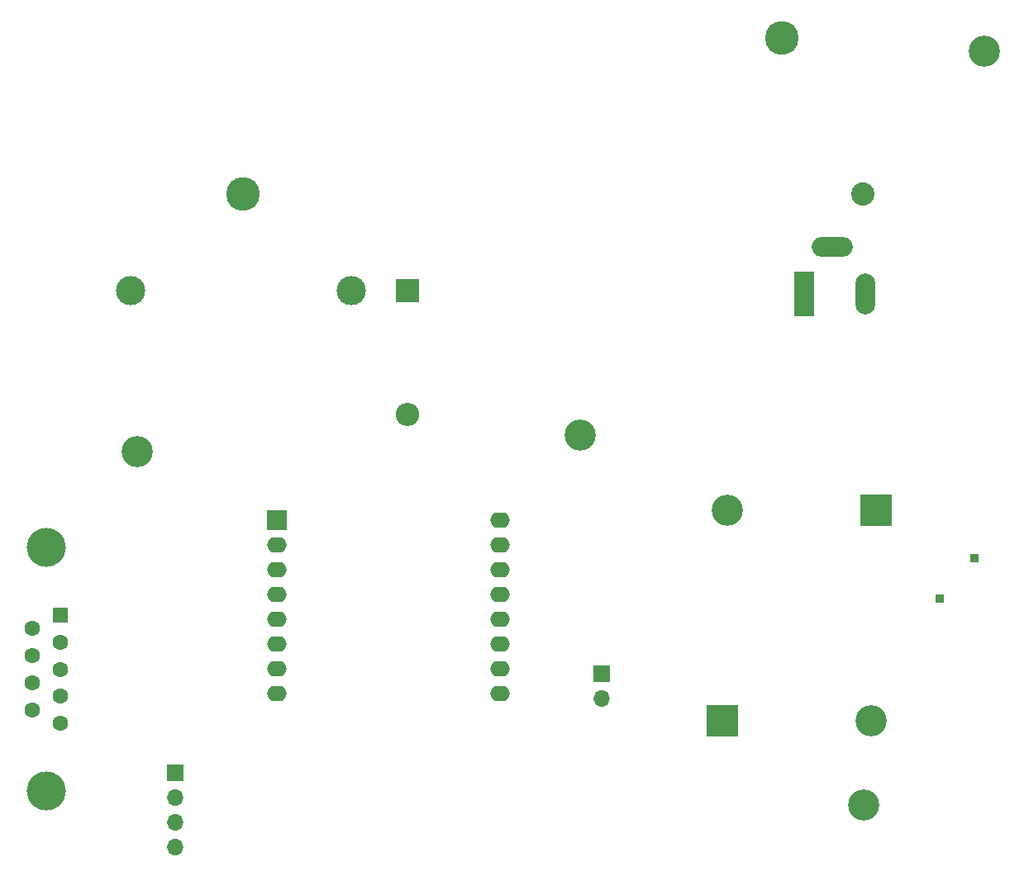
<source format=gbs>
G04 #@! TF.GenerationSoftware,KiCad,Pcbnew,(7.0.0-0)*
G04 #@! TF.CreationDate,2023-11-01T15:02:25+02:00*
G04 #@! TF.ProjectId,Untitled,556e7469-746c-4656-942e-6b696361645f,rev?*
G04 #@! TF.SameCoordinates,Original*
G04 #@! TF.FileFunction,Soldermask,Bot*
G04 #@! TF.FilePolarity,Negative*
%FSLAX46Y46*%
G04 Gerber Fmt 4.6, Leading zero omitted, Abs format (unit mm)*
G04 Created by KiCad (PCBNEW (7.0.0-0)) date 2023-11-01 15:02:25*
%MOMM*%
%LPD*%
G01*
G04 APERTURE LIST*
%ADD10R,1.700000X1.700000*%
%ADD11O,1.700000X1.700000*%
%ADD12R,3.200000X3.200000*%
%ADD13O,3.200000X3.200000*%
%ADD14C,2.390000*%
%ADD15C,3.450000*%
%ADD16R,2.000000X2.000000*%
%ADD17O,2.000000X1.600000*%
%ADD18R,0.850000X0.850000*%
%ADD19C,3.200000*%
%ADD20C,4.000000*%
%ADD21R,1.600000X1.600000*%
%ADD22C,1.600000*%
%ADD23R,2.400000X2.400000*%
%ADD24O,2.400000X2.400000*%
%ADD25R,2.000000X4.600000*%
%ADD26O,2.000000X4.200000*%
%ADD27O,4.200000X2.000000*%
%ADD28C,3.000000*%
G04 APERTURE END LIST*
D10*
X152779999Y-92644999D03*
D11*
X152779999Y-95184999D03*
D10*
X109099999Y-102799999D03*
D11*
X109099999Y-105339999D03*
X109099999Y-107879999D03*
X109099999Y-110419999D03*
D12*
X165179999Y-97499999D03*
D13*
X180419999Y-97499999D03*
D14*
X179541600Y-43458400D03*
D15*
X171211600Y-27458400D03*
X116011600Y-43458400D03*
D16*
X119499999Y-76899999D03*
D17*
X119499999Y-79439999D03*
X119499999Y-81979999D03*
X119499999Y-84519999D03*
X119499999Y-87059999D03*
X119499999Y-89599999D03*
X119499999Y-92139999D03*
X119499999Y-94679999D03*
X142359999Y-94679999D03*
X142359999Y-92139999D03*
X142359999Y-89599999D03*
X142359999Y-87059999D03*
X142359999Y-84519999D03*
X142359999Y-81979999D03*
X142359999Y-79439999D03*
X142359999Y-76899999D03*
D18*
X187399999Y-84999999D03*
D19*
X191960000Y-28790000D03*
D12*
X180919999Y-75899999D03*
D13*
X165679999Y-75899999D03*
D20*
X95859531Y-79703200D03*
X95859531Y-104703200D03*
D21*
X97279530Y-86663199D03*
D22*
X97279531Y-89433200D03*
X97279531Y-92203200D03*
X97279531Y-94973200D03*
X97279531Y-97743200D03*
X94439531Y-88048200D03*
X94439531Y-90818200D03*
X94439531Y-93588200D03*
X94439531Y-96358200D03*
D23*
X132899999Y-53349999D03*
D24*
X132899999Y-66049999D03*
D19*
X179600000Y-106090000D03*
X105200000Y-69900000D03*
X150540000Y-68230000D03*
D25*
X173499999Y-53699999D03*
D26*
X179799999Y-53699999D03*
D27*
X176399999Y-48899999D03*
D28*
X104524000Y-53340000D03*
X127124000Y-53340000D03*
D18*
X190999999Y-80799999D03*
M02*

</source>
